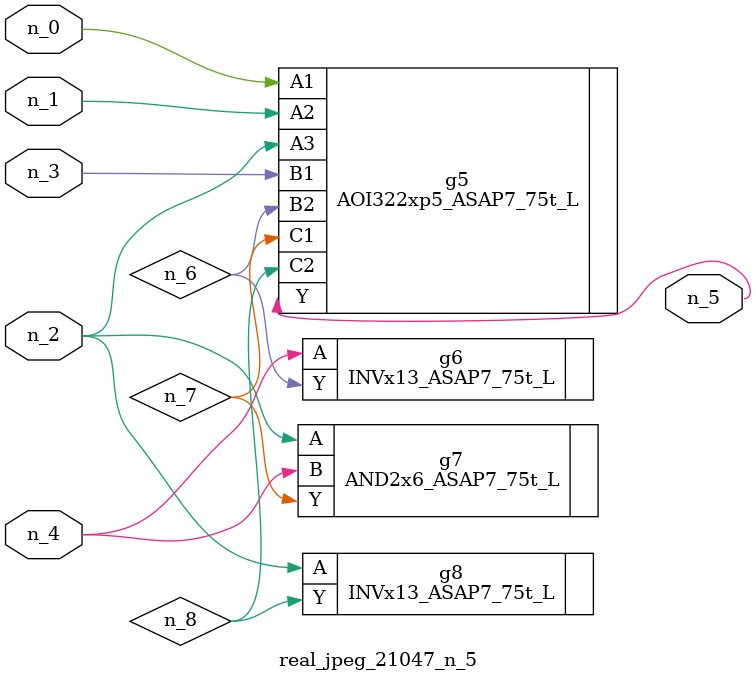
<source format=v>
module real_jpeg_21047_n_5 (n_4, n_0, n_1, n_2, n_3, n_5);

input n_4;
input n_0;
input n_1;
input n_2;
input n_3;

output n_5;

wire n_8;
wire n_6;
wire n_7;

AOI322xp5_ASAP7_75t_L g5 ( 
.A1(n_0),
.A2(n_1),
.A3(n_2),
.B1(n_3),
.B2(n_6),
.C1(n_7),
.C2(n_8),
.Y(n_5)
);

AND2x6_ASAP7_75t_L g7 ( 
.A(n_2),
.B(n_4),
.Y(n_7)
);

INVx13_ASAP7_75t_L g8 ( 
.A(n_2),
.Y(n_8)
);

INVx13_ASAP7_75t_L g6 ( 
.A(n_4),
.Y(n_6)
);


endmodule
</source>
